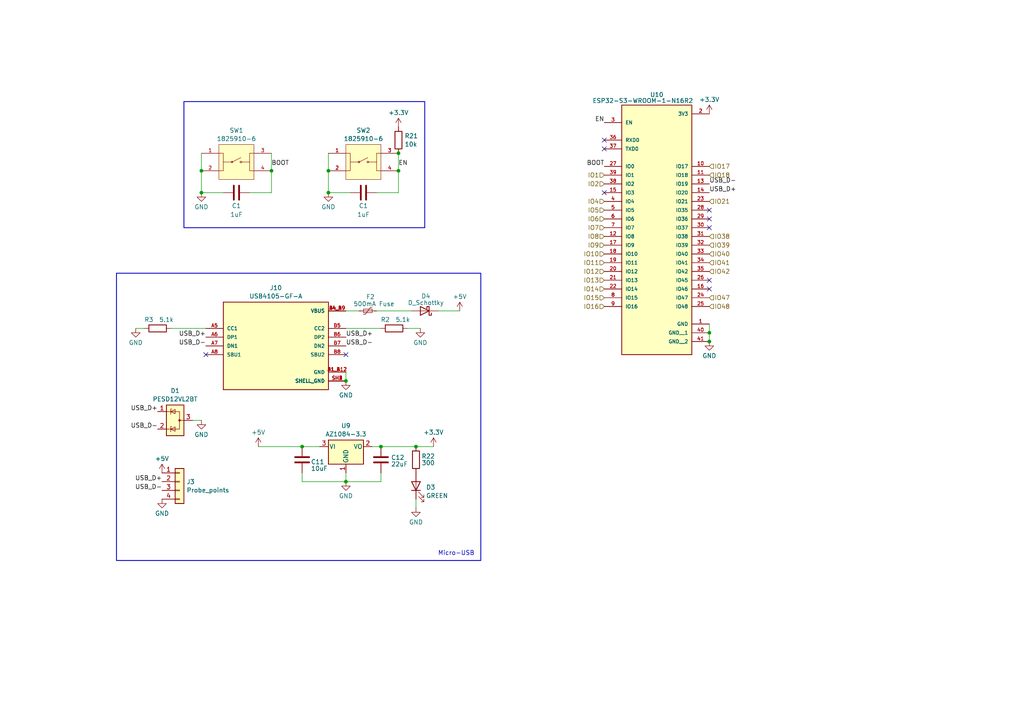
<source format=kicad_sch>
(kicad_sch (version 20230121) (generator eeschema)
  (paper "A4")
  (lib_symbols
    (symbol "1825910-6:1825910-6" (pin_names (offset 1.016))
      (property "Reference" "SW" (at -5.0897 5.8532 0))
      (property "Value" "1825910-6" (at -5.0883 -7.6325 0))
      (symbol "1825910-6_0_0"
        (rectangle (start -5.08 -5.08) (end 5.08 5.08) (stroke (width 0.127)) (fill (type background)))
        (circle (center -1.27 0) (radius 0.254) (stroke (width 0.127)))
        (polyline (pts (xy -5.08 2.54) (xy -3.81 2.54)) (stroke (width 0.127)))
        (polyline (pts (xy -3.81 -2.54) (xy -5.08 -2.54)) (stroke (width 0.127)))
        (polyline (pts (xy -3.81 0) (xy -3.81 -2.54)) (stroke (width 0.127)))
        (polyline (pts (xy -3.81 0) (xy -1.27 0)) (stroke (width 0.127)))
        (polyline (pts (xy -3.81 2.54) (xy -3.81 0)) (stroke (width 0.127)))
        (polyline (pts (xy -1.27 0) (xy 1.27 1.27)) (stroke (width 0.127)))
        (polyline (pts (xy 1.27 0) (xy 3.81 0)) (stroke (width 0.127)))
        (polyline (pts (xy 3.81 -2.54) (xy 5.08 -2.54)) (stroke (width 0.127)))
        (polyline (pts (xy 3.81 0) (xy 3.81 -2.54)) (stroke (width 0.127)))
        (polyline (pts (xy 3.81 0) (xy 3.81 2.54)) (stroke (width 0.127)))
        (polyline (pts (xy 3.81 2.54) (xy 5.08 2.54)) (stroke (width 0.127)))
        (circle (center 1.27 0) (radius 0.254) (stroke (width 0.127)))
        (pin passive line (at -10.16 2.54 0) (length 5.08) (name "~") (number "1"))
        (pin passive line (at -10.16 -2.54 0) (length 5.08) (name "~") (number "2"))
        (pin passive line (at 10.16 2.54 180) (length 5.08) (name "~") (number "3"))
        (pin passive line (at 10.16 -2.54 180) (length 5.08) (name "~") (number "4"))
      )
    )
    (symbol "Connector_Generic:Conn_01x04" (pin_names (offset 1.016) hide)
      (property "Reference" "J" (at 0 5.08 0))
      (property "Value" "Conn_01x04" (at 0 -7.62 0))
      (symbol "Conn_01x04_1_1"
        (rectangle (start -1.27 -4.953) (end 0 -5.207) (stroke (width 0.1524)))
        (rectangle (start -1.27 -2.413) (end 0 -2.667) (stroke (width 0.1524)))
        (rectangle (start -1.27 0.127) (end 0 -0.127) (stroke (width 0.1524)))
        (rectangle (start -1.27 2.667) (end 0 2.413) (stroke (width 0.1524)))
        (rectangle (start -1.27 3.81) (end 1.27 -6.35) (stroke (width 0.254)) (fill (type background)))
        (pin passive line (at -5.08 2.54 0) (length 3.81) (name "Pin_1") (number "1"))
        (pin passive line (at -5.08 0 0) (length 3.81) (name "Pin_2") (number "2"))
        (pin passive line (at -5.08 -2.54 0) (length 3.81) (name "Pin_3") (number "3"))
        (pin passive line (at -5.08 -5.08 0) (length 3.81) (name "Pin_4") (number "4"))
      )
    )
    (symbol "Device:C" (pin_numbers hide) (pin_names (offset 0.254))
      (property "Reference" "C" (at 0.635 2.54 0))
      (property "Value" "C" (at 0.635 -2.54 0))
      (symbol "C_0_1"
        (polyline (pts (xy -2.032 -0.762) (xy 2.032 -0.762)) (stroke (width 0.508)))
        (polyline (pts (xy -2.032 0.762) (xy 2.032 0.762)) (stroke (width 0.508)))
      )
      (symbol "C_1_1"
        (pin passive line (at 0 3.81 270) (length 2.794) (name "~") (number "1"))
        (pin passive line (at 0 -3.81 90) (length 2.794) (name "~") (number "2"))
      )
    )
    (symbol "Device:D_Schottky" (pin_numbers hide) (pin_names (offset 1.016) hide)
      (property "Reference" "D" (at 0 2.54 0))
      (property "Value" "D_Schottky" (at 0 -2.54 0))
      (symbol "D_Schottky_0_1"
        (polyline (pts (xy 1.27 0) (xy -1.27 0)))
        (polyline (pts (xy 1.27 1.27) (xy 1.27 -1.27) (xy -1.27 0) (xy 1.27 1.27)) (stroke (width 0.254)))
        (polyline (pts (xy -1.905 0.635) (xy -1.905 1.27) (xy -1.27 1.27) (xy -1.27 -1.27) (xy -0.635 -1.27) (xy -0.635 -0.635)) (stroke (width 0.254)))
      )
      (symbol "D_Schottky_1_1"
        (pin passive line (at -3.81 0 0) (length 2.54) (name "K") (number "1"))
        (pin passive line (at 3.81 0 180) (length 2.54) (name "A") (number "2"))
      )
    )
    (symbol "Device:LED" (pin_numbers hide) (pin_names (offset 1.016) hide)
      (property "Reference" "D" (at 0 2.54 0))
      (property "Value" "LED" (at 0 -2.54 0))
      (symbol "LED_0_1"
        (polyline (pts (xy -1.27 -1.27) (xy -1.27 1.27)) (stroke (width 0.254)))
        (polyline (pts (xy -1.27 0) (xy 1.27 0)))
        (polyline (pts (xy 1.27 -1.27) (xy 1.27 1.27) (xy -1.27 0) (xy 1.27 -1.27)) (stroke (width 0.254)))
        (polyline (pts (xy -3.048 -0.762) (xy -4.572 -2.286) (xy -3.81 -2.286) (xy -4.572 -2.286) (xy -4.572 -1.524)))
        (polyline (pts (xy -1.778 -0.762) (xy -3.302 -2.286) (xy -2.54 -2.286) (xy -3.302 -2.286) (xy -3.302 -1.524)))
      )
      (symbol "LED_1_1"
        (pin passive line (at -3.81 0 0) (length 2.54) (name "K") (number "1"))
        (pin passive line (at 3.81 0 180) (length 2.54) (name "A") (number "2"))
      )
    )
    (symbol "Device:Polyfuse_Small" (pin_numbers hide) (pin_names (offset 0))
      (property "Reference" "F" (at -1.905 0 90))
      (property "Value" "Polyfuse_Small" (at 1.905 0 90))
      (symbol "Polyfuse_Small_0_1"
        (rectangle (start -0.508 1.27) (end 0.508 -1.27))
        (polyline (pts (xy 0 2.54) (xy 0 -2.54)))
        (polyline (pts (xy -1.016 1.27) (xy -1.016 0.762) (xy 1.016 -0.762) (xy 1.016 -1.27)))
      )
      (symbol "Polyfuse_Small_1_1"
        (pin passive line (at 0 2.54 270) (length 0.635) (name "~") (number "1"))
        (pin passive line (at 0 -2.54 90) (length 0.635) (name "~") (number "2"))
      )
    )
    (symbol "Device:R" (pin_numbers hide) (pin_names (offset 0))
      (property "Reference" "R" (at 2.032 0 90))
      (property "Value" "R" (at 0 0 90))
      (symbol "R_0_1"
        (rectangle (start -1.016 -2.54) (end 1.016 2.54) (stroke (width 0.254)))
      )
      (symbol "R_1_1"
        (pin passive line (at 0 3.81 270) (length 1.27) (name "~") (number "1"))
        (pin passive line (at 0 -3.81 90) (length 1.27) (name "~") (number "2"))
      )
    )
    (symbol "ESP32-S3-WROOM-1-N16R2:ESP32-S3-WROOM-1-N16R2" (pin_names (offset 1.016))
      (property "Reference" "U6" (at 0 36.0299 0))
      (property "Value" "ESP32-S3-WROOM-1-N16R2" (at -4.064 34.29 0))
      (symbol "ESP32-S3-WROOM-1-N16R2_0_0"
        (rectangle (start -10.16 33.02) (end 10.16 -39.37) (stroke (width 0.254)) (fill (type background)))
        (pin power_in line (at 15.24 -30.48 180) (length 5.08) (name "GND") (number "1"))
        (pin bidirectional line (at 15.24 15.24 180) (length 5.08) (name "IO17") (number "10"))
        (pin bidirectional line (at 15.24 12.7 180) (length 5.08) (name "IO18") (number "11"))
        (pin bidirectional line (at -15.24 -5.08 0) (length 5.08) (name "IO8") (number "12"))
        (pin bidirectional line (at 15.24 10.16 180) (length 5.08) (name "IO19") (number "13"))
        (pin bidirectional line (at 15.24 7.62 180) (length 5.08) (name "IO20") (number "14"))
        (pin bidirectional line (at -15.24 7.62 0) (length 5.08) (name "IO3") (number "15"))
        (pin bidirectional line (at 15.24 -20.32 180) (length 5.08) (name "IO46") (number "16"))
        (pin bidirectional line (at -15.24 -7.62 0) (length 5.08) (name "IO9") (number "17"))
        (pin bidirectional line (at -15.24 -10.16 0) (length 5.08) (name "IO10") (number "18"))
        (pin bidirectional line (at -15.24 -12.7 0) (length 5.08) (name "IO11") (number "19"))
        (pin power_in line (at 15.24 30.48 180) (length 5.08) (name "3V3") (number "2"))
        (pin bidirectional line (at -15.24 -15.24 0) (length 5.08) (name "IO12") (number "20"))
        (pin bidirectional line (at -15.24 -17.78 0) (length 5.08) (name "IO13") (number "21"))
        (pin bidirectional line (at -15.24 -20.32 0) (length 5.08) (name "IO14") (number "22"))
        (pin bidirectional line (at 15.24 5.08 180) (length 5.08) (name "IO21") (number "23"))
        (pin bidirectional line (at 15.24 -22.86 180) (length 5.08) (name "IO47") (number "24"))
        (pin bidirectional line (at 15.24 -25.4 180) (length 5.08) (name "IO48") (number "25"))
        (pin bidirectional line (at 15.24 -17.78 180) (length 5.08) (name "IO45") (number "26"))
        (pin bidirectional line (at -15.24 15.24 0) (length 5.08) (name "IO0") (number "27"))
        (pin bidirectional line (at 15.24 2.54 180) (length 5.08) (name "IO35") (number "28"))
        (pin bidirectional line (at 15.24 0 180) (length 5.08) (name "IO36") (number "29"))
        (pin input line (at -15.24 27.94 0) (length 5.08) (name "EN") (number "3"))
        (pin bidirectional line (at 15.24 -2.54 180) (length 5.08) (name "IO37") (number "30"))
        (pin bidirectional line (at 15.24 -5.08 180) (length 5.08) (name "IO38") (number "31"))
        (pin bidirectional line (at 15.24 -7.62 180) (length 5.08) (name "IO39") (number "32"))
        (pin bidirectional line (at 15.24 -10.16 180) (length 5.08) (name "IO40") (number "33"))
        (pin bidirectional line (at 15.24 -12.7 180) (length 5.08) (name "IO41") (number "34"))
        (pin bidirectional line (at 15.24 -15.24 180) (length 5.08) (name "IO42") (number "35"))
        (pin bidirectional line (at -15.24 22.86 0) (length 5.08) (name "RXD0") (number "36"))
        (pin bidirectional line (at -15.24 20.32 0) (length 5.08) (name "TXD0") (number "37"))
        (pin bidirectional line (at -15.24 10.16 0) (length 5.08) (name "IO2") (number "38"))
        (pin bidirectional line (at -15.24 12.7 0) (length 5.08) (name "IO1") (number "39"))
        (pin bidirectional line (at -15.24 5.08 0) (length 5.08) (name "IO4") (number "4"))
        (pin power_in line (at 15.24 -33.02 180) (length 5.08) (name "GND__1") (number "40"))
        (pin bidirectional line (at -15.24 2.54 0) (length 5.08) (name "IO5") (number "5"))
        (pin bidirectional line (at -15.24 0 0) (length 5.08) (name "IO6") (number "6"))
        (pin bidirectional line (at -15.24 -2.54 0) (length 5.08) (name "IO7") (number "7"))
        (pin bidirectional line (at -15.24 -22.86 0) (length 5.08) (name "IO15") (number "8"))
        (pin bidirectional line (at -15.24 -25.4 0) (length 5.08) (name "IO16") (number "9"))
      )
      (symbol "ESP32-S3-WROOM-1-N16R2_1_0"
        (pin power_in line (at 15.24 -35.56 180) (length 5.08) (name "GND__2") (number "41"))
      )
    )
    (symbol "Power_Protection:SP0502BAHT" (pin_names hide)
      (property "Reference" "D" (at 5.715 2.54 0))
      (property "Value" "SP0502BAHT" (at 5.715 0.635 0))
      (symbol "SP0502BAHT_0_0"
        (pin passive line (at 0 -5.08 90) (length 2.54) (name "A") (number "3"))
      )
      (symbol "SP0502BAHT_0_1"
        (rectangle (start -4.445 2.54) (end 4.445 -2.54) (stroke (width 0.254)) (fill (type background)))
        (circle (center 0 -1.27) (radius 0.254) (fill (type outline)))
        (polyline (pts (xy -2.54 2.54) (xy -2.54 1.27)))
        (polyline (pts (xy 0 -1.27) (xy 0 -2.54)))
        (polyline (pts (xy 2.54 2.54) (xy 2.54 1.27)))
        (polyline (pts (xy -3.302 1.016) (xy -3.302 1.27) (xy -1.905 1.27) (xy -1.778 1.27)))
        (polyline (pts (xy -2.54 1.27) (xy -2.54 -1.27) (xy 2.54 -1.27) (xy 2.54 1.27)))
        (polyline (pts (xy -2.54 1.27) (xy -1.905 0) (xy -3.175 0) (xy -2.54 1.27)))
        (polyline (pts (xy 1.778 1.016) (xy 1.778 1.27) (xy 3.175 1.27) (xy 3.302 1.27)))
        (polyline (pts (xy 2.54 1.27) (xy 1.905 0) (xy 3.175 0) (xy 2.54 1.27)))
      )
      (symbol "SP0502BAHT_1_1"
        (pin passive line (at -2.54 5.08 270) (length 2.54) (name "K") (number "1"))
        (pin passive line (at 2.54 5.08 270) (length 2.54) (name "K") (number "2"))
      )
    )
    (symbol "Regulator_Linear:AZ1084-3.3" (pin_names (offset 0.254))
      (property "Reference" "U" (at -3.81 3.175 0))
      (property "Value" "AZ1084-3.3" (at 0 3.175 0))
      (symbol "AZ1084-3.3_0_1"
        (rectangle (start -5.08 1.905) (end 5.08 -5.08) (stroke (width 0.254)) (fill (type background)))
      )
      (symbol "AZ1084-3.3_1_1"
        (pin power_in line (at 0 -7.62 90) (length 2.54) (name "GND") (number "1"))
        (pin power_out line (at 7.62 0 180) (length 2.54) (name "VO") (number "2"))
        (pin power_in line (at -7.62 0 0) (length 2.54) (name "VI") (number "3"))
      )
    )
    (symbol "USB4105-GF-A:USB4105-GF-A" (pin_names (offset 1.016))
      (property "Reference" "J" (at -15.24 13.97 0))
      (property "Value" "USB4105-GF-A" (at -15.24 -15.24 0))
      (symbol "USB4105-GF-A_0_0"
        (rectangle (start -15.24 -12.7) (end 15.24 12.7) (stroke (width 0.254)) (fill (type background)))
        (pin power_in line (at 20.32 -7.62 180) (length 5.08) (name "GND") (number "A1_B12"))
        (pin power_in line (at 20.32 10.16 180) (length 5.08) (name "VBUS") (number "A4_B9"))
        (pin bidirectional line (at -20.32 5.08 0) (length 5.08) (name "CC1") (number "A5"))
        (pin bidirectional line (at -20.32 2.54 0) (length 5.08) (name "DP1") (number "A6"))
        (pin bidirectional line (at -20.32 0 0) (length 5.08) (name "DN1") (number "A7"))
        (pin bidirectional line (at -20.32 -2.54 0) (length 5.08) (name "SBU1") (number "A8"))
        (pin power_in line (at 20.32 -7.62 180) (length 5.08) (name "GND") (number "B1_A12"))
        (pin power_in line (at 20.32 10.16 180) (length 5.08) (name "VBUS") (number "B4_A9"))
        (pin bidirectional line (at 20.32 5.08 180) (length 5.08) (name "CC2") (number "B5"))
        (pin bidirectional line (at 20.32 2.54 180) (length 5.08) (name "DP2") (number "B6"))
        (pin bidirectional line (at 20.32 0 180) (length 5.08) (name "DN2") (number "B7"))
        (pin bidirectional line (at 20.32 -2.54 180) (length 5.08) (name "SBU2") (number "B8"))
        (pin power_in line (at 20.32 -10.16 180) (length 5.08) (name "SHELL_GND") (number "SH1"))
        (pin power_in line (at 20.32 -10.16 180) (length 5.08) (name "SHELL_GND") (number "SH2"))
        (pin power_in line (at 20.32 -10.16 180) (length 5.08) (name "SHELL_GND") (number "SH3"))
        (pin power_in line (at 20.32 -10.16 180) (length 5.08) (name "SHELL_GND") (number "SH4"))
      )
    )
    (symbol "power:+3.3V" (power) (pin_names (offset 0))
      (property "Value" "+3.3V" (at 0 3.556 0))
      (symbol "+3.3V_0_1"
        (polyline (pts (xy -0.762 1.27) (xy 0 2.54)))
        (polyline (pts (xy 0 0) (xy 0 2.54)))
        (polyline (pts (xy 0 2.54) (xy 0.762 1.27)))
      )
      (symbol "+3.3V_1_1"
        (pin power_in line (at 0 0 90) (length 0) hide (name "+3.3V") (number "1"))
      )
    )
    (symbol "power:+5V" (power) (pin_names (offset 0))
      (property "Value" "+5V" (at 0 3.556 0))
      (symbol "+5V_0_1"
        (polyline (pts (xy -0.762 1.27) (xy 0 2.54)))
        (polyline (pts (xy 0 0) (xy 0 2.54)))
        (polyline (pts (xy 0 2.54) (xy 0.762 1.27)))
      )
      (symbol "+5V_1_1"
        (pin power_in line (at 0 0 90) (length 0) hide (name "+5V") (number "1"))
      )
    )
    (symbol "power:GND" (power) (pin_names (offset 0))
      (property "Value" "GND" (at 0 -3.81 0))
      (symbol "GND_0_1"
        (polyline (pts (xy 0 0) (xy 0 -1.27) (xy 1.27 -1.27) (xy 0 -2.54) (xy -1.27 -1.27) (xy 0 -1.27)))
      )
      (symbol "GND_1_1"
        (pin power_in line (at 0 0 270) (length 0) hide (name "GND") (number "1"))
      )
    )
  )
  (junction (at 95.25 49.53))
  (junction (at 87.63 129.54))
  (junction (at 95.25 55.88))
  (junction (at 58.42 49.53))
  (junction (at 205.74 96.52))
  (junction (at 110.49 129.54))
  (junction (at 115.57 44.45))
  (junction (at 58.42 55.88))
  (junction (at 78.74 49.53))
  (junction (at 205.74 99.06))
  (junction (at 100.33 139.7))
  (junction (at 120.65 129.54))
  (junction (at 115.57 49.53))
  (junction (at 100.33 110.49))
  (no_connect (at 59.69 102.87))
  (no_connect (at 205.74 60.96))
  (no_connect (at 205.74 63.5))
  (no_connect (at 205.74 83.82))
  (no_connect (at 175.26 55.88))
  (no_connect (at 175.26 40.64))
  (no_connect (at 175.26 43.18))
  (no_connect (at 205.74 66.04))
  (no_connect (at 205.74 81.28))
  (no_connect (at 100.33 102.87))
  (wire (pts (xy 78.74 55.88) (xy 78.74 49.53)))
  (wire (pts (xy 110.49 129.54) (xy 120.65 129.54)))
  (wire (pts (xy 205.74 96.52) (xy 205.74 99.06)))
  (wire (pts (xy 95.25 49.53) (xy 95.25 55.88)))
  (wire (pts (xy 100.33 139.7) (xy 110.49 139.7)))
  (wire (pts (xy 115.57 55.88) (xy 115.57 49.53)))
  (wire (pts (xy 87.63 129.54) (xy 92.71 129.54)))
  (wire (pts (xy 120.65 129.54) (xy 125.73 129.54)))
  (wire (pts (xy 100.33 90.17) (xy 104.14 90.17)))
  (wire (pts (xy 115.57 44.45) (xy 115.57 49.53)))
  (wire (pts (xy 127 90.17) (xy 133.35 90.17)))
  (wire (pts (xy 87.63 139.7) (xy 100.33 139.7)))
  (wire (pts (xy 120.65 144.78) (xy 120.65 147.32)))
  (wire (pts (xy 100.33 95.25) (xy 110.49 95.25)))
  (wire (pts (xy 118.11 95.25) (xy 121.92 95.25)))
  (wire (pts (xy 110.49 137.16) (xy 110.49 139.7)))
  (wire (pts (xy 205.74 93.98) (xy 205.74 96.52)))
  (wire (pts (xy 100.33 107.95) (xy 100.33 110.49)))
  (wire (pts (xy 109.22 90.17) (xy 119.38 90.17)))
  (wire (pts (xy 107.95 129.54) (xy 110.49 129.54)))
  (wire (pts (xy 87.63 137.16) (xy 87.63 139.7)))
  (wire (pts (xy 78.74 44.45) (xy 78.74 49.53)))
  (wire (pts (xy 55.88 121.92) (xy 58.42 121.92)))
  (wire (pts (xy 39.37 95.25) (xy 41.91 95.25)))
  (wire (pts (xy 58.42 44.45) (xy 58.42 49.53)))
  (wire (pts (xy 74.93 129.54) (xy 87.63 129.54)))
  (wire (pts (xy 100.33 139.7) (xy 100.33 137.16)))
  (wire (pts (xy 95.25 44.45) (xy 95.25 49.53)))
  (wire (pts (xy 58.42 49.53) (xy 58.42 55.88)))
  (wire (pts (xy 109.22 55.88) (xy 115.57 55.88)))
  (wire (pts (xy 95.25 55.88) (xy 101.6 55.88)))
  (wire (pts (xy 49.53 95.25) (xy 59.69 95.25)))
  (wire (pts (xy 72.39 55.88) (xy 78.74 55.88)))
  (wire (pts (xy 58.42 55.88) (xy 64.77 55.88)))
  (rectangle (start 33.782 79.248) (end 139.446 162.56) (stroke (width 0.25)))
  (rectangle (start 53.34 29.464) (end 123.19 66.04) (stroke (width 0.25)))
  (text "Micro-USB" (at 127 161.29 0) (effects (font (size 1.27 1.27)) (justify left bottom)))
  (label "USB_D-" (at 59.69 100.33 180))
  (label "USB_D-" (at 46.99 142.24 180))
  (label "EN" (at 115.57 48.26 0))
  (label "BOOT" (at 175.26 48.26 180))
  (label "EN" (at 175.26 35.56 180))
  (label "USB_D-" (at 205.74 53.34 0))
  (label "USB_D-" (at 100.33 100.33 0))
  (label "USB_D+" (at 59.69 97.79 180))
  (label "USB_D+" (at 45.72 119.38 180))
  (label "USB_D-" (at 45.72 124.46 180))
  (label "USB_D+" (at 46.99 139.7 180))
  (label "BOOT" (at 78.74 48.26 0))
  (label "USB_D+" (at 205.74 55.88 0))
  (label "USB_D+" (at 100.33 97.79 0))
  (hierarchical_label "IO42" (shape input) (at 205.74 78.74 0))
  (hierarchical_label "IO15" (shape input) (at 175.26 86.36 180))
  (hierarchical_label "IO1" (shape input) (at 175.26 50.8 180))
  (hierarchical_label "IO9" (shape input) (at 175.26 71.12 180))
  (hierarchical_label "IO14" (shape input) (at 175.26 83.82 180))
  (hierarchical_label "IO6" (shape input) (at 175.26 63.5 180))
  (hierarchical_label "IO10" (shape input) (at 175.26 73.66 180))
  (hierarchical_label "IO38" (shape input) (at 205.74 68.58 0))
  (hierarchical_label "IO4" (shape input) (at 175.26 58.42 180))
  (hierarchical_label "IO2" (shape input) (at 175.26 53.34 180))
  (hierarchical_label "IO21" (shape input) (at 205.74 58.42 0))
  (hierarchical_label "IO48" (shape input) (at 205.74 88.9 0))
  (hierarchical_label "IO41" (shape input) (at 205.74 76.2 0))
  (hierarchical_label "IO11" (shape input) (at 175.26 76.2 180))
  (hierarchical_label "IO5" (shape input) (at 175.26 60.96 180))
  (hierarchical_label "IO7" (shape input) (at 175.26 66.04 180))
  (hierarchical_label "IO8" (shape input) (at 175.26 68.58 180))
  (hierarchical_label "IO18" (shape input) (at 205.74 50.8 0))
  (hierarchical_label "IO39" (shape input) (at 205.74 71.12 0))
  (hierarchical_label "IO47" (shape input) (at 205.74 86.36 0))
  (hierarchical_label "IO13" (shape input) (at 175.26 81.28 180))
  (hierarchical_label "IO17" (shape input) (at 205.74 48.26 0))
  (hierarchical_label "IO40" (shape input) (at 205.74 73.66 0))
  (hierarchical_label "IO12" (shape input) (at 175.26 78.74 180))
  (hierarchical_label "IO16" (shape input) (at 175.26 88.9 180))
  (symbol (lib_id "Device:C") (at 68.58 55.88 90) (mirror x) (unit 1)
    (property "Reference" "C1" (at 68.58 59.69 90))
    (property "Value" "1uF" (at 68.58 62.23 90))
    (property "Footprint" "Capacitor_SMD:C_0805_2012Metric_Pad1.18x1.45mm_HandSolder" (effects hide))
    (instances (project "parachutepayload" (path "" (reference "C1") (unit 1))) (project "Core-board" (path "" (reference "C9") (unit 1))) (project "sseppcb" (path "" (reference "C4") (unit 1))))
  )
  (symbol (lib_id "power:+5V") (at 133.35 90.17 0) (unit 1)
    (property "Reference" "#PWR032" (effects hide))
    (property "Value" "+5V" (at 133.35 86.0369 0))
  )
  (symbol (lib_id "Device:D_Schottky") (at 123.19 90.17 180) (unit 1)
    (property "Reference" "D4" (at 123.5075 85.8901 0))
    (property "Value" "D_Schottky" (at 123.5075 87.8111 0))
    (property "Footprint" "Diode_SMD:D_SOD-128" (effects hide))
    (instances (project "Core-board" (path "" (reference "D4") (unit 1))) (project "sseppcb" (path "" (reference "D1") (unit 1))))
  )
  (symbol (lib_id "1825910-6:1825910-6") (at 105.41 46.99 0) (unit 1)
    (property "Reference" "SW2" (at 105.41 37.8292 0))
    (property "Value" "1825910-6" (at 105.41 40.2534 0))
    (property "Footprint" "1825910-6:SW_1825910-6-4" (effects hide))
    (property "Comment" "1825910-6" (effects hide))
    (property "MF" "TE Connectivity" (effects hide))
    (property "Description" "\nSwitch Push Button OFF (ON) SPST Round Button 0.05A 24VDC Momentary Contact PC Pins Thru-Hole\n" (effects hide))
    (property "Package" "None" (effects hide))
    (property "Price" "None" (effects hide))
    (property "Check_prices" "https://www.snapeda.com/parts/1825910-6/TE+Connectivity+ALCOSWITCH+Switches/view-part/?ref=eda" (effects hide))
    (property "STANDARD" "Manufacturer Recommendations" (effects hide))
    (property "PARTREV" "C10" (effects hide))
    (property "SnapEDA_Link" "https://www.snapeda.com/parts/1825910-6/TE+Connectivity+ALCOSWITCH+Switches/view-part/?ref=snap" (effects hide))
    (property "MP" "1825910-6" (effects hide))
    (property "Availability" "In Stock" (effects hide))
    (property "MANUFACTURER" "TE CONNECTIVITY" (effects hide))
  )
  (symbol (lib_id "power:GND") (at 100.33 139.7 0) (unit 1)
    (property "Reference" "#PWR036" (effects hide))
    (property "Value" "GND" (at 100.33 143.8355 0))
    (instances (project "Core-board" (path "" (reference "#PWR036") (unit 1))) (project "sseppcb" (path "" (reference "#PWR011") (unit 1))))
  )
  (symbol (lib_id "power:GND") (at 39.37 95.25 0) (unit 1)
    (property "Reference" "#PWR074" (effects hide))
    (property "Value" "GND" (at 39.37 99.3855 0))
    (instances (project "Core-board" (path "" (reference "#PWR074") (unit 1))) (project "sseppcb" (path "" (reference "#PWR011") (unit 1))))
  )
  (symbol (lib_id "ESP32-S3-WROOM-1-N16R2:ESP32-S3-WROOM-1-N16R2") (at 190.5 63.5 0) (unit 1)
    (property "Reference" "U10" (at 190.5 27.4701 0))
    (property "Value" "ESP32-S3-WROOM-1-N16R2" (at 186.436 29.21 0))
    (property "Footprint" "RF_Module:ESP32-S3-WROOM-1" (effects hide))
    (property "PARTREV" "v1.0" (effects hide))
    (property "MANUFACTURER" "Espressif" (effects hide))
    (property "MAXIMUM_PACKAGE_HEIGHT" "3.25mm" (effects hide))
    (property "STANDARD" "Manufacturer Recommendations" (effects hide))
    (instances (project "Core-board" (path "" (reference "U10") (unit 1))) (project "sseppcb" (path "" (reference "U1") (unit 1))))
  )
  (symbol (lib_id "power:+3.3V") (at 115.57 36.83 0) (unit 1)
    (property "Reference" "#PWR072" (effects hide))
    (property "Value" "+3.3V" (at 115.57 32.6969 0))
  )
  (symbol (lib_id "power:+5V") (at 74.93 129.54 0) (unit 1)
    (property "Reference" "#PWR035" (effects hide))
    (property "Value" "+5V" (at 74.93 125.4069 0))
  )
  (symbol (lib_id "Device:C") (at 110.49 133.35 0) (unit 1)
    (property "Reference" "C12" (at 113.411 132.7063 0) (effects (justify left)))
    (property "Value" "22uF" (at 113.411 134.6273 0) (effects (justify left)))
    (property "Footprint" "Capacitor_SMD:C_0805_2012Metric_Pad1.18x1.45mm_HandSolder" (effects hide))
    (instances (project "Core-board" (path "" (reference "C12") (unit 1))) (project "sseppcb" (path "" (reference "C6") (unit 1))))
  )
  (symbol (lib_id "power:+3.3V") (at 205.74 33.02 0) (unit 1)
    (property "Reference" "#PWR039" (effects hide))
    (property "Value" "+3.3V" (at 205.74 28.8869 0))
  )
  (symbol (lib_id "Device:C") (at 105.41 55.88 90) (mirror x) (unit 1)
    (property "Reference" "C1" (at 105.41 59.69 90))
    (property "Value" "1uF" (at 105.41 62.23 90))
    (property "Footprint" "Capacitor_SMD:C_0805_2012Metric_Pad1.18x1.45mm_HandSolder" (effects hide))
    (instances (project "parachutepayload" (path "" (reference "C1") (unit 1))) (project "Core-board" (path "" (reference "C10") (unit 1))) (project "sseppcb" (path "" (reference "C4") (unit 1))))
  )
  (symbol (lib_id "power:+5V") (at 46.99 137.16 0) (unit 1)
    (property "Reference" "#PWR029" (effects hide))
    (property "Value" "+5V" (at 46.99 133.0269 0))
  )
  (symbol (lib_id "Device:C") (at 87.63 133.35 0) (unit 1)
    (property "Reference" "C11" (at 90.17 133.969 0) (effects (justify left)))
    (property "Value" "10uF" (at 90.17 135.89 0) (effects (justify left)))
    (property "Footprint" "Capacitor_SMD:C_1206_3216Metric_Pad1.33x1.80mm_HandSolder" (effects hide))
    (instances (project "Core-board" (path "" (reference "C11") (unit 1))) (project "sseppcb" (path "" (reference "C5") (unit 1))))
  )
  (symbol (lib_id "Device:LED") (at 120.65 140.97 90) (unit 1)
    (property "Reference" "D3" (at 123.571 141.3454 90) (effects (justify right)))
    (property "Value" "GREEN" (at 123.571 143.7696 90) (effects (justify right)))
    (property "Footprint" "LED_SMD:LED_1206_3216Metric_Pad1.42x1.75mm_HandSolder" (effects hide))
    (instances (project "Core-board" (path "" (reference "D3") (unit 1))) (project "sseppcb" (path "" (reference "D8") (unit 1))))
  )
  (symbol (lib_id "power:GND") (at 100.33 110.49 0) (mirror y) (unit 1)
    (property "Reference" "#PWR01" (effects hide))
    (property "Value" "GND" (at 100.33 114.6255 0))
    (instances (project "parachutepayload" (path "" (reference "#PWR01") (unit 1))) (project "Core-board" (path "" (reference "#PWR030") (unit 1))) (project "sseppcb" (path "" (reference "#PWR08") (unit 1))))
  )
  (symbol (lib_id "1825910-6:1825910-6") (at 68.58 46.99 0) (unit 1)
    (property "Reference" "SW1" (at 68.58 37.8292 0))
    (property "Value" "1825910-6" (at 68.58 40.2534 0))
    (property "Footprint" "1825910-6:SW_1825910-6-4" (effects hide))
    (property "Comment" "1825910-6" (effects hide))
    (property "MF" "TE Connectivity" (effects hide))
    (property "Description" "\nSwitch Push Button OFF (ON) SPST Round Button 0.05A 24VDC Momentary Contact PC Pins Thru-Hole\n" (effects hide))
    (property "Package" "None" (effects hide))
    (property "Price" "None" (effects hide))
    (property "Check_prices" "https://www.snapeda.com/parts/1825910-6/TE+Connectivity+ALCOSWITCH+Switches/view-part/?ref=eda" (effects hide))
    (property "STANDARD" "Manufacturer Recommendations" (effects hide))
    (property "PARTREV" "C10" (effects hide))
    (property "SnapEDA_Link" "https://www.snapeda.com/parts/1825910-6/TE+Connectivity+ALCOSWITCH+Switches/view-part/?ref=snap" (effects hide))
    (property "MP" "1825910-6" (effects hide))
    (property "Availability" "In Stock" (effects hide))
    (property "MANUFACTURER" "TE CONNECTIVITY" (effects hide))
  )
  (symbol (lib_id "power:GND") (at 95.25 55.88 0) (mirror y) (unit 1)
    (property "Reference" "#PWR01" (effects hide))
    (property "Value" "GND" (at 95.25 60.0155 0))
    (instances (project "parachutepayload" (path "" (reference "#PWR01") (unit 1))) (project "Core-board" (path "" (reference "#PWR073") (unit 1))) (project "sseppcb" (path "" (reference "#PWR09") (unit 1))))
  )
  (symbol (lib_id "power:GND") (at 120.65 147.32 0) (unit 1)
    (property "Reference" "#PWR037" (effects hide))
    (property "Value" "GND" (at 120.65 151.4555 0))
    (instances (project "Core-board" (path "" (reference "#PWR037") (unit 1))) (project "sseppcb" (path "" (reference "#PWR011") (unit 1))))
  )
  (symbol (lib_id "Device:R") (at 120.65 133.35 180) (unit 1)
    (property "Reference" "R22" (at 124.206 132.334 0))
    (property "Value" "300" (at 124.206 134.255 0))
    (property "Footprint" "Resistor_SMD:R_0805_2012Metric_Pad1.20x1.40mm_HandSolder" (effects hide))
    (instances (project "Core-board" (path "" (reference "R22") (unit 1))) (project "sseppcb" (path "" (reference "R19") (unit 1))))
  )
  (symbol (lib_id "power:GND") (at 58.42 121.92 0) (mirror y) (unit 1)
    (property "Reference" "#PWR01" (effects hide))
    (property "Value" "GND" (at 58.42 126.0555 0))
    (instances (project "parachutepayload" (path "" (reference "#PWR01") (unit 1))) (project "Core-board" (path "" (reference "#PWR031") (unit 1))) (project "sseppcb" (path "" (reference "#PWR08") (unit 1))))
  )
  (symbol (lib_id "USB4105-GF-A:USB4105-GF-A") (at 80.01 100.33 0) (unit 1)
    (property "Reference" "J10" (at 80.01 83.4857 0))
    (property "Value" "USB4105-GF-A" (at 80.01 85.9099 0))
    (property "Footprint" "Connector_USB:USB_C_Receptacle_GCT_USB4105-xx-A_16P_TopMnt_Horizontal" (effects hide))
    (property "MF" "GCT" (effects hide))
    (property "MAXIMUM_PACKAGE_HEIGHT" "3.31mm" (effects hide))
    (property "Package" "None" (effects hide))
    (property "Price" "None" (effects hide))
    (property "Check_prices" "https://www.snapeda.com/parts/USB4105-GF-A/Global+Connector+Technology/view-part/?ref=eda" (effects hide))
    (property "STANDARD" "Manufacturer Recommendations" (effects hide))
    (property "PARTREV" "B3" (effects hide))
    (property "SnapEDA_Link" "https://www.snapeda.com/parts/USB4105-GF-A/Global+Connector+Technology/view-part/?ref=snap" (effects hide))
    (property "MP" "USB4105-GF-A" (effects hide))
    (property "Description" "\nUSB-C (USB TYPE-C) USB 2.0 Receptacle Connector 24 (16+8 Dummy) Position Surface Mount, Right Angle; Through Hole\n" (effects hide))
    (property "Availability" "In Stock" (effects hide))
    (property "MANUFACTURER" "Global Connector Technology" (effects hide))
  )
  (symbol (lib_id "power:+3.3V") (at 125.73 129.54 0) (unit 1)
    (property "Reference" "#PWR038" (effects hide))
    (property "Value" "+3.3V" (at 125.73 125.4069 0))
  )
  (symbol (lib_id "power:GND") (at 121.92 95.25 0) (unit 1)
    (property "Reference" "#PWR033" (effects hide))
    (property "Value" "GND" (at 121.92 99.3855 0))
    (instances (project "Core-board" (path "" (reference "#PWR033") (unit 1))) (project "sseppcb" (path "" (reference "#PWR011") (unit 1))))
  )
  (symbol (lib_id "Device:Polyfuse_Small") (at 106.68 90.17 90) (unit 1)
    (property "Reference" "F2" (at 107.442 86.106 90))
    (property "Value" "500mA Fuse" (at 108.458 88.138 90))
    (property "Footprint" "Fuse:Fuse_0603_1608Metric" (effects hide))
    (instances (project "Core-board" (path "" (reference "F2") (unit 1)) (path "" (reference "F1") (unit 1))))
  )
  (symbol (lib_id "Regulator_Linear:AZ1084-3.3") (at 100.33 129.54 0) (unit 1)
    (property "Reference" "U9" (at 100.33 123.4907 0))
    (property "Value" "AZ1084-3.3" (at 100.33 125.9149 0))
    (property "Footprint" "Package_TO_SOT_SMD:TO-252-2" (effects hide))
    (property "Datasheet" "https://www.diodes.com/assets/Datasheets/AZ1084.pdf" (effects hide))
    (instances (project "Core-board" (path "" (reference "U9") (unit 1))) (project "sseppcb" (path "" (reference "U6") (unit 1))))
  )
  (symbol (lib_id "power:GND") (at 205.74 99.06 0) (mirror y) (unit 1)
    (property "Reference" "#PWR01" (effects hide))
    (property "Value" "GND" (at 205.74 103.1955 0))
    (instances (project "parachutepayload" (path "" (reference "#PWR01") (unit 1))) (project "Core-board" (path "" (reference "#PWR040") (unit 1))) (project "sseppcb" (path "" (reference "#PWR09") (unit 1))))
  )
  (symbol (lib_id "power:GND") (at 46.99 144.78 0) (mirror y) (unit 1)
    (property "Reference" "#PWR01" (effects hide))
    (property "Value" "GND" (at 46.99 148.9155 0))
    (instances (project "parachutepayload" (path "" (reference "#PWR01") (unit 1))) (project "Core-board" (path "" (reference "#PWR034") (unit 1))) (project "sseppcb" (path "" (reference "#PWR08") (unit 1))))
  )
  (symbol (lib_id "Device:R") (at 115.57 40.64 0) (unit 1)
    (property "Reference" "R21" (at 117.348 39.4279 0) (effects (justify left)))
    (property "Value" "10k" (at 117.348 41.8521 0) (effects (justify left)))
    (property "Footprint" "Resistor_SMD:R_0805_2012Metric_Pad1.20x1.40mm_HandSolder" (effects hide))
    (instances (project "Core-board" (path "" (reference "R21") (unit 1))) (project "sseppcb" (path "" (reference "R3") (unit 1))))
  )
  (symbol (lib_id "power:GND") (at 58.42 55.88 0) (mirror y) (unit 1)
    (property "Reference" "#PWR01" (effects hide))
    (property "Value" "GND" (at 58.42 60.0155 0))
    (instances (project "parachutepayload" (path "" (reference "#PWR01") (unit 1))) (project "Core-board" (path "" (reference "#PWR071") (unit 1))) (project "sseppcb" (path "" (reference "#PWR09") (unit 1))))
  )
  (symbol (lib_id "Device:R") (at 114.3 95.25 270) (unit 1)
    (property "Reference" "R2" (at 111.76 92.71 90))
    (property "Value" "5.1k" (at 116.84 92.71 90))
    (property "Footprint" "Resistor_SMD:R_0805_2012Metric_Pad1.20x1.40mm_HandSolder" (effects hide))
    (instances (project "Core-board" (path "" (reference "R2") (unit 1))) (project "sseppcb" (path "" (reference "R19") (unit 1))))
  )
  (symbol (lib_id "Power_Protection:SP0502BAHT") (at 50.8 121.92 90) (mirror x) (unit 1)
    (property "Reference" "D1" (at 50.8 113.3307 90))
    (property "Value" "PESD12VL2BT" (at 50.8 115.7549 90))
    (property "Footprint" "Package_TO_SOT_SMD:SOT-23" (effects hide))
    (property "Datasheet" "http://www.littelfuse.com/~/media/files/littelfuse/technical%20resources/documents/data%20sheets/sp05xxba.pdf" (effects hide))
  )
  (symbol (lib_id "Connector_Generic:Conn_01x04") (at 52.07 139.7 0) (unit 1)
    (property "Reference" "J3" (at 54.102 139.7579 0) (effects (justify left)))
    (property "Value" "Probe_points" (at 54.102 142.1821 0) (effects (justify left)))
    (property "Footprint" "Connector_PinHeader_2.54mm:PinHeader_1x04_P2.54mm_Vertical" (effects hide))
  )
  (symbol (lib_id "Device:R") (at 45.72 95.25 270) (unit 1)
    (property "Reference" "R3" (at 43.18 92.71 90))
    (property "Value" "5.1k" (at 48.26 92.71 90))
    (property "Footprint" "Resistor_SMD:R_0805_2012Metric_Pad1.20x1.40mm_HandSolder" (effects hide))
    (instances (project "Core-board" (path "" (reference "R3") (unit 1))) (project "sseppcb" (path "" (reference "R19") (unit 1))))
  )
)
</source>
